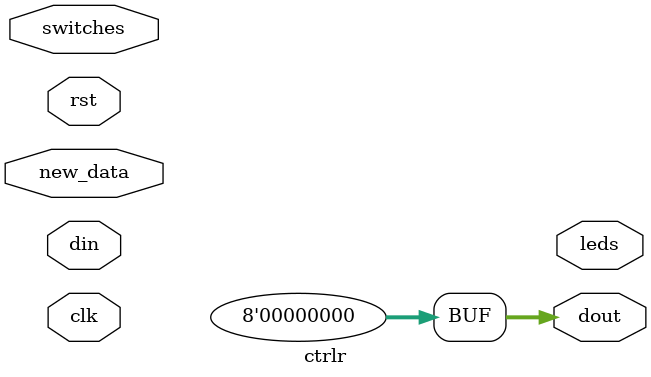
<source format=sv>
`timescale 1ns/1ps

module ctrlr(
    input                   clk,
    input                   rst, 

    //GPIO interface
    input           [15:0]  switches,
    output logic    [15:0]  leds,

    //MMIO interface 
    input                   new_data,
    input           [7:0]   din,
    output logic    [7:0]   dout
);

localparam chip_id = 8'h07;

// How to intrepret the first byte:
// =====================================
// | W | - | - | - | - | A2 | A1 | A0 |
// =====================================

//What to do with the 2nd byte: 
// 
// IF W == 0 (READ)
//
// A2A1A0 == 'h0:  tx_dout = chip_id
// A2A1A0 == 'h1:  tx_dout = switches[7:0]
// A2A1A0 == 'h2:  tx_dout = switches[15:8]
// A2A1A0 == 'h3:  tx_dout = leds[7:0]
// A2A1A0 == 'h4:  tx_dout = leds[15:8]
//
// IF W == 1 (WRITE)
//
// A2A1A0 == 'h0:  ignore 
// A2A1A0 == 'h1:  ignore
// A2A1A0 == 'h2:  ignore
// A2A1A0 == 'h3:  set leds[7:0] = din
// A2A1A0 == 'h4:  set leds[15:8] = din

assign dout = 'h0; //update me!

endmodule

</source>
